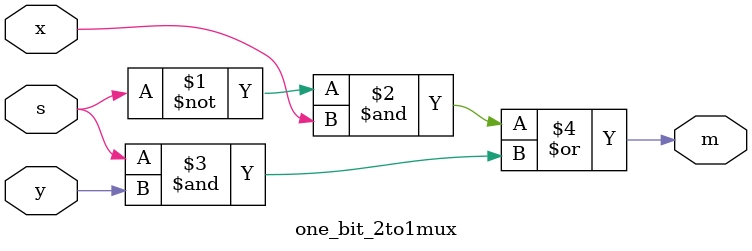
<source format=v>
module one_bit_2to1mux (s,x,y,m);
 
	input s, x, y;
	output m;
	
	assign m = (~(s) & x) | (s & (y));
 
endmodule

</source>
